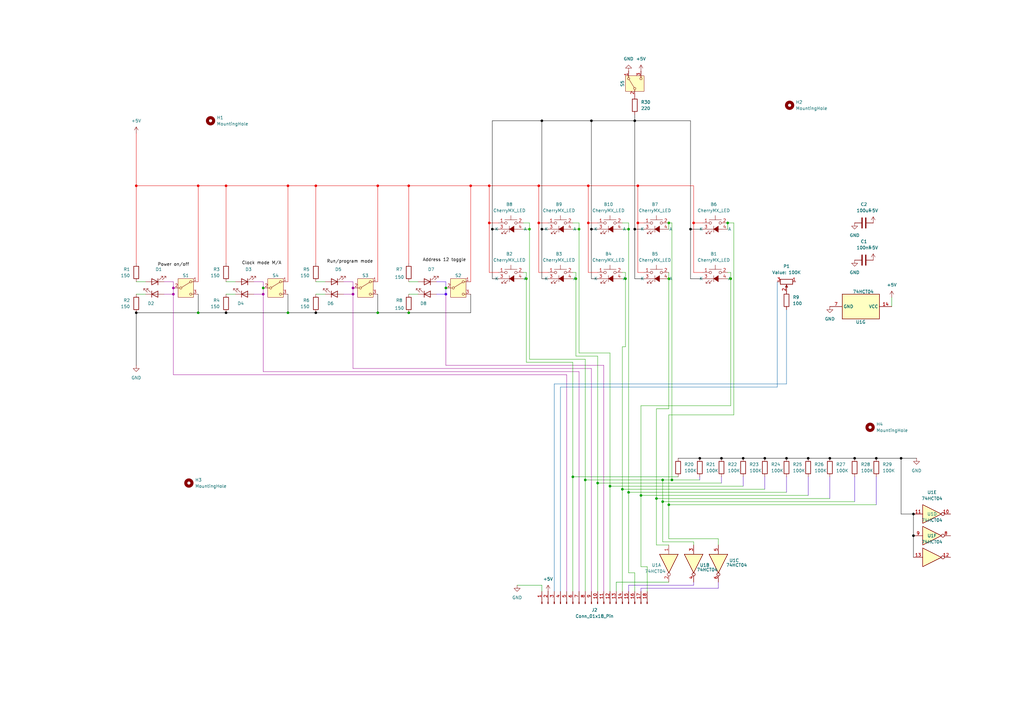
<source format=kicad_sch>
(kicad_sch (version 20250114) (generator "eeschema") (generator_version "9.0")
  (paper "A3")
  (lib_symbols
    (symbol "74xx:74LS04"
      (property "Reference" "U" (at 0 1.27 0))
      (property "Value" "74LS04" (at 0 -1.27 0))
      (symbol "74LS04_1_0"
        (pin input line (at -7.62 0 0) (length 3.81) (name "~") (number "1"))
        (pin output inverted (at 7.62 0 180) (length 3.81) (name "~") (number "2"))
      )
      (symbol "74LS04_2_0"
        (pin input line (at -7.62 0 0) (length 3.81) (name "~") (number "3"))
        (pin output inverted (at 7.62 0 180) (length 3.81) (name "~") (number "4"))
      )
      (symbol "74LS04_3_0"
        (pin input line (at -7.62 0 0) (length 3.81) (name "~") (number "5"))
        (pin output inverted (at 7.62 0 180) (length 3.81) (name "~") (number "6"))
      )
      (symbol "74LS04_4_0"
        (pin input line (at -7.62 0 0) (length 3.81) (name "~") (number "9"))
        (pin output inverted (at 7.62 0 180) (length 3.81) (name "~") (number "8"))
      )
      (symbol "74LS04_5_0"
        (pin input line (at -7.62 0 0) (length 3.81) (name "~") (number "11"))
        (pin output inverted (at 7.62 0 180) (length 3.81) (name "~") (number "10"))
      )
      (symbol "74LS04_6_0"
        (pin input line (at -7.62 0 0) (length 3.81) (name "~") (number "13"))
        (pin output inverted (at 7.62 0 180) (length 3.81) (name "~") (number "12"))
      )
      (symbol "74LS04_7_0"
        (pin power_in line (at 0 12.7 270) (length 5.08) (name "VCC") (number "14"))
        (pin power_in line (at 0 -12.7 90) (length 5.08) (name "GND") (number "7"))
      )
    )
    (symbol "CherryMX:CherryMX_LED" (pin_names (offset -3.9878))
      (property "Reference" "U" (at 2.54 4.445 0))
      (property "Value" "CherryMX_LED" (at 0 -4.445 0))
      (symbol "CherryMX_LED_1_1"
        (pin passive line (at -5.08 1.27 0) (length 2.54) (name "~") (number "1"))
        (pin passive line (at -5.08 -1.27 0) (length 2.54) (name "K") (number "3"))
        (pin passive line (at 5.08 1.27 180) (length 2.54) (name "~") (number "2"))
        (pin passive line (at 5.08 -1.27 180) (length 2.54) (name "A") (number "4"))
      )
    )
    (symbol "Connector:Conn_01x18_Pin" (pin_names (offset 1.016) (hide yes))
      (property "Reference" "J" (at 0 22.86 0))
      (property "Value" "Conn_01x18_Pin" (at 0 -25.4 0))
      (symbol "Conn_01x18_Pin_1_1"
        (pin passive line (at 5.08 20.32 180) (length 3.81) (name "Pin_1") (number "1"))
        (pin passive line (at 5.08 17.78 180) (length 3.81) (name "Pin_2") (number "2"))
        (pin passive line (at 5.08 15.24 180) (length 3.81) (name "Pin_3") (number "3"))
        (pin passive line (at 5.08 12.7 180) (length 3.81) (name "Pin_4") (number "4"))
        (pin passive line (at 5.08 10.16 180) (length 3.81) (name "Pin_5") (number "5"))
        (pin passive line (at 5.08 7.62 180) (length 3.81) (name "Pin_6") (number "6"))
        (pin passive line (at 5.08 5.08 180) (length 3.81) (name "Pin_7") (number "7"))
        (pin passive line (at 5.08 2.54 180) (length 3.81) (name "Pin_8") (number "8"))
        (pin passive line (at 5.08 0 180) (length 3.81) (name "Pin_9") (number "9"))
        (pin passive line (at 5.08 -2.54 180) (length 3.81) (name "Pin_10") (number "10"))
        (pin passive line (at 5.08 -5.08 180) (length 3.81) (name "Pin_11") (number "11"))
        (pin passive line (at 5.08 -7.62 180) (length 3.81) (name "Pin_12") (number "12"))
        (pin passive line (at 5.08 -10.16 180) (length 3.81) (name "Pin_13") (number "13"))
        (pin passive line (at 5.08 -12.7 180) (length 3.81) (name "Pin_14") (number "14"))
        (pin passive line (at 5.08 -15.24 180) (length 3.81) (name "Pin_15") (number "15"))
        (pin passive line (at 5.08 -17.78 180) (length 3.81) (name "Pin_16") (number "16"))
        (pin passive line (at 5.08 -20.32 180) (length 3.81) (name "Pin_17") (number "17"))
        (pin passive line (at 5.08 -22.86 180) (length 3.81) (name "Pin_18") (number "18"))
      )
    )
    (symbol "Device:C" (pin_numbers (hide yes)) (pin_names (offset 0.254))
      (property "Reference" "C" (at 0.635 2.54 0))
      (property "Value" "C" (at 0.635 -2.54 0))
      (symbol "C_1_1"
        (pin passive line (at 0 3.81 270) (length 2.794) (name "~") (number "1"))
        (pin passive line (at 0 -3.81 90) (length 2.794) (name "~") (number "2"))
      )
    )
    (symbol "Device:LED" (pin_numbers (hide yes)) (pin_names (offset 1.016) (hide yes))
      (property "Reference" "D" (at 0 2.54 0))
      (property "Value" "LED" (at 0 -2.54 0))
      (symbol "LED_1_1"
        (pin passive line (at -3.81 0 0) (length 2.54) (name "K") (number "1"))
        (pin passive line (at 3.81 0 180) (length 2.54) (name "A") (number "2"))
      )
    )
    (symbol "Device:R" (pin_numbers (hide yes)) (pin_names (offset 0))
      (property "Reference" "R" (at 2.032 0 90))
      (property "Value" "R" (at 0 0 90))
      (symbol "R_1_1"
        (pin passive line (at 0 3.81 270) (length 1.27) (name "~") (number "1"))
        (pin passive line (at 0 -3.81 90) (length 1.27) (name "~") (number "2"))
      )
    )
    (symbol "Device:R_Potentiometer" (pin_names (offset 1.016) (hide yes))
      (property "Reference" "RV" (at -4.445 0 90))
      (property "Value" "R_Potentiometer" (at -2.54 0 90))
      (symbol "R_Potentiometer_1_1"
        (pin passive line (at 0 3.81 270) (length 1.27) (name "1") (number "1"))
        (pin passive line (at 0 -3.81 90) (length 1.27) (name "3") (number "3"))
        (pin passive line (at 3.81 0 180) (length 1.27) (name "2") (number "2"))
      )
    )
    (symbol "Mechanical:MountingHole" (pin_names (offset 1.016)) (exclude_from_sim yes) (in_bom no)
      (property "Reference" "H" (at 0 5.08 0))
      (property "Value" "MountingHole" (at 0 3.175 0))
    )
    (symbol "Switch:SW_SPDT" (pin_names (offset 0) (hide yes))
      (property "Reference" "SW" (at 0 5.08 0))
      (property "Value" "SW_SPDT" (at 0 -5.08 0))
      (symbol "SW_SPDT_1_1"
        (pin passive line (at -5.08 0 0) (length 2.54) (name "B") (number "2"))
        (pin passive line (at 5.08 2.54 180) (length 2.54) (name "A") (number "1"))
        (pin passive line (at 5.08 -2.54 180) (length 2.54) (name "C") (number "3"))
      )
    )
    (symbol "power:+5V" (power) (pin_numbers (hide yes)) (pin_names (offset 0) (hide yes))
      (property "Value" "+5V" (at 0 3.556 0))
      (symbol "+5V_1_1"
        (pin power_in line (at 0 0 90) (length 0) (name "~") (number "1"))
      )
    )
    (symbol "power:GND" (power) (pin_numbers (hide yes)) (pin_names (offset 0) (hide yes))
      (property "Value" "GND" (at 0 -3.81 0))
      (symbol "GND_1_1"
        (pin power_in line (at 0 0 270) (length 0) (name "~") (number "1"))
      )
    )
  )
  (text "Run/program mode" (at 143.51 107.315 0) (effects (font (size 1.27 1.27))))
  (text "Power on/off" (at 71.12 108.585 0) (effects (font (size 1.27 1.27))))
  (text "Address 12 toggle" (at 182.245 106.68 0) (effects (font (size 1.27 1.27))))
  (text "Clock mode M/A" (at 107.315 107.95 0) (effects (font (size 1.27 1.27))))
  (junction (at 255.27 200.66))
  (junction (at 274.32 91.44) (color 24 161 0 1))
  (junction (at 260.35 49.53) (color 0 0 0 1))
  (junction (at 217.17 93.98) (color 24 161 0 1))
  (junction (at 261.62 91.44) (color 226 2 0 1))
  (junction (at 182.88 118.11))
  (junction (at 257.81 201.93))
  (junction (at 256.54 114.3))
  (junction (at 55.88 76.2) (color 226 2 0 1))
  (junction (at 201.93 93.98) (color 0 0 0 1))
  (junction (at 284.48 91.44) (color 226 2 0 1))
  (junction (at 118.11 128.27))
  (junction (at 250.19 199.39))
  (junction (at 200.66 76.2) (color 226 2 0 1))
  (junction (at 242.57 93.98) (color 0 0 0 1))
  (junction (at 237.49 93.98) (color 24 161 0 1))
  (junction (at 220.98 76.2) (color 226 2 0 1))
  (junction (at 71.12 120.65) (color 155 0 147 1))
  (junction (at 215.9 114.3) (color 24 161 0 1))
  (junction (at 283.21 93.98) (color 0 0 0 1))
  (junction (at 107.95 118.11))
  (junction (at 167.64 128.27))
  (junction (at 81.28 76.2) (color 226 2 0 1))
  (junction (at 261.62 76.2) (color 226 2 0 1))
  (junction (at 374.65 210.82) (color 0 0 0 1))
  (junction (at 298.45 91.44))
  (junction (at 340.36 187.96) (color 0 0 0 1))
  (junction (at 274.32 114.3) (color 24 161 0 1))
  (junction (at 262.89 203.2))
  (junction (at 220.98 91.44) (color 226 2 0 1))
  (junction (at 299.72 114.3) (color 24 161 0 1))
  (junction (at 222.25 49.53) (color 0 0 0 1))
  (junction (at 234.95 195.58))
  (junction (at 257.81 93.98))
  (junction (at 92.71 76.2) (color 226 2 0 1))
  (junction (at 129.54 76.2) (color 226 2 0 1))
  (junction (at 322.58 187.96) (color 0 0 0 1))
  (junction (at 118.11 76.2) (color 226 2 0 1))
  (junction (at 350.52 187.96) (color 0 0 0 1))
  (junction (at 167.64 76.2) (color 226 2 0 1))
  (junction (at 271.78 205.74))
  (junction (at 92.71 128.27) (color 0 0 0 1))
  (junction (at 374.65 219.71) (color 0 0 0 1))
  (junction (at 71.12 118.11) (color 155 0 147 1))
  (junction (at 144.78 120.65) (color 155 0 147 1))
  (junction (at 275.59 196.85))
  (junction (at 271.78 196.85))
  (junction (at 154.94 76.2) (color 226 2 0 1))
  (junction (at 313.69 187.96) (color 0 0 0 1))
  (junction (at 107.95 120.65) (color 155 0 147 1))
  (junction (at 154.94 128.27))
  (junction (at 331.47 187.96) (color 0 0 0 1))
  (junction (at 182.88 120.65) (color 75 0 222 1))
  (junction (at 274.32 207.01))
  (junction (at 245.11 198.12))
  (junction (at 236.22 114.3) (color 24 161 0 1))
  (junction (at 129.54 128.27) (color 0 0 0 1))
  (junction (at 241.3 76.2) (color 226 2 0 1))
  (junction (at 193.04 76.2) (color 226 2 0 1))
  (junction (at 200.66 91.44) (color 226 2 0 1))
  (junction (at 359.41 187.96) (color 0 0 0 1))
  (junction (at 287.02 187.96) (color 5 5 5 1))
  (junction (at 295.91 187.96) (color 0 0 0 1))
  (junction (at 240.03 196.85))
  (junction (at 55.88 128.27) (color 0 0 0 1))
  (junction (at 241.3 91.44) (color 226 2 0 1))
  (junction (at 269.24 204.47))
  (junction (at 304.8 187.96) (color 0 0 0 1))
  (junction (at 222.25 93.98) (color 0 0 0 1))
  (junction (at 369.57 187.96) (color 0 0 0 1))
  (junction (at 242.57 49.53) (color 0 0 0 1))
  (junction (at 260.35 93.98) (color 0 0 0 1))
  (junction (at 144.78 118.11) (color 155 0 147 1))
  (junction (at 81.28 128.27))
  (wire (pts (xy 255.27 114.3) (xy 256.54 114.3)) (stroke (width 0) (color 24 161 0 1)))
  (wire (pts (xy 359.41 187.96) (xy 369.57 187.96)) (stroke (width 0) (color 0 0 0 1)))
  (wire (pts (xy 284.48 238.76) (xy 284.48 240.03)) (stroke (width 0) (color 84 0 191 1)))
  (wire (pts (xy 274.32 114.3) (xy 274.32 167.64)) (stroke (width 0) (color 24 161 0 1)))
  (wire (pts (xy 182.88 120.65) (xy 182.88 149.86)) (stroke (width 0) (color 155 0 147 1)))
  (wire (pts (xy 250.19 199.39) (xy 250.19 242.57)) (stroke (width 0) (color 24 161 0 1)))
  (wire (pts (xy 140.97 115.57) (xy 144.78 115.57)) (stroke (width 0) (color 155 0 147 1)))
  (wire (pts (xy 298.45 91.44) (xy 298.45 93.98)))
  (wire (pts (xy 260.35 234.95) (xy 260.35 242.57)) (stroke (width 0) (color 24 161 0 1)))
  (wire (pts (xy 299.72 111.76) (xy 299.72 114.3)) (stroke (width 0) (color 24 161 0 1)))
  (wire (pts (xy 274.32 207.01) (xy 359.41 207.01)) (stroke (width 0) (color 24 161 0 1)))
  (wire (pts (xy 275.59 196.85) (xy 271.78 196.85)) (stroke (width 0) (color 24 161 0 1)))
  (wire (pts (xy 240.03 147.32) (xy 240.03 196.85)) (stroke (width 0) (color 24 161 0 1)))
  (wire (pts (xy 271.78 196.85) (xy 271.78 205.74)) (stroke (width 0) (color 24 161 0 1)))
  (wire (pts (xy 167.64 76.2) (xy 167.64 107.95)) (stroke (width 0) (color 226 2 0 1)))
  (wire (pts (xy 245.11 93.98) (xy 242.57 93.98)) (stroke (width 0) (color 0 0 0 1)))
  (wire (pts (xy 299.72 166.37) (xy 262.89 166.37)) (stroke (width 0) (color 24 161 0 1)))
  (wire (pts (xy 104.14 115.57) (xy 107.95 115.57)) (stroke (width 0) (color 155 0 147 1)))
  (wire (pts (xy 262.89 232.41) (xy 265.43 232.41)) (stroke (width 0) (color 24 161 0 1)))
  (wire (pts (xy 214.63 114.3) (xy 215.9 114.3)) (stroke (width 0) (color 24 161 0 1)))
  (wire (pts (xy 179.07 115.57) (xy 182.88 115.57)) (stroke (width 0) (color 75 0 222 1)))
  (wire (pts (xy 283.21 49.53) (xy 283.21 93.98)) (stroke (width 0) (color 0 0 0 1)))
  (wire (pts (xy 201.93 93.98) (xy 201.93 114.3)) (stroke (width 0) (color 0 0 0 1)))
  (wire (pts (xy 201.93 49.53) (xy 222.25 49.53)) (stroke (width 0) (color 0 0 0 1)))
  (wire (pts (xy 234.95 114.3) (xy 236.22 114.3)) (stroke (width 0) (color 24 161 0 1)))
  (wire (pts (xy 193.04 76.2) (xy 193.04 115.57)) (stroke (width 0) (color 226 2 0 1)))
  (wire (pts (xy 215.9 114.3) (xy 215.9 148.59)) (stroke (width 0) (color 24 161 0 1)))
  (wire (pts (xy 144.78 120.65) (xy 144.78 151.13)) (stroke (width 0) (color 155 0 147 1)))
  (wire (pts (xy 359.41 195.58) (xy 359.41 207.01)) (stroke (width 0) (color 65 0 204 1)))
  (wire (pts (xy 374.65 210.82) (xy 374.65 219.71)) (stroke (width 0) (color 0 0 0 1)))
  (wire (pts (xy 262.89 241.3) (xy 294.64 241.3)) (stroke (width 0) (color 84 0 191 1)))
  (wire (pts (xy 269.24 204.47) (xy 340.36 204.47)) (stroke (width 0) (color 24 161 0 1)))
  (wire (pts (xy 262.89 166.37) (xy 262.89 203.2)) (stroke (width 0) (color 24 161 0 1)))
  (wire (pts (xy 234.95 93.98) (xy 237.49 93.98)) (stroke (width 0) (color 24 161 0 1)))
  (wire (pts (xy 261.62 76.2) (xy 284.48 76.2)) (stroke (width 0) (color 226 2 0 1)))
  (wire (pts (xy 240.03 196.85) (xy 240.03 242.57)) (stroke (width 0) (color 24 161 0 1)))
  (wire (pts (xy 257.81 91.44) (xy 257.81 93.98)) (stroke (width 0) (color 24 161 0 1)))
  (wire (pts (xy 295.91 187.96) (xy 304.8 187.96)) (stroke (width 0) (color 0 0 0 1)))
  (wire (pts (xy 214.63 93.98) (xy 217.17 93.98)) (stroke (width 0) (color 24 161 0 1)))
  (wire (pts (xy 71.12 115.57) (xy 71.12 118.11)) (stroke (width 0) (color 155 0 147 1)))
  (wire (pts (xy 245.11 146.05) (xy 245.11 198.12)) (stroke (width 0) (color 24 161 0 1)))
  (wire (pts (xy 350.52 195.58) (xy 350.52 205.74)) (stroke (width 0) (color 65 0 204 1)))
  (wire (pts (xy 129.54 120.65) (xy 133.35 120.65)))
  (wire (pts (xy 271.78 205.74) (xy 350.52 205.74)) (stroke (width 0) (color 24 161 0 1)))
  (wire (pts (xy 236.22 111.76) (xy 234.95 111.76)) (stroke (width 0) (color 24 161 0 1)))
  (wire (pts (xy 294.64 220.98) (xy 294.64 223.52)) (stroke (width 0) (color 24 161 0 1)))
  (wire (pts (xy 71.12 153.67) (xy 232.41 153.67)) (stroke (width 0) (color 155 0 147 1)))
  (wire (pts (xy 322.58 187.96) (xy 331.47 187.96)) (stroke (width 0) (color 0 0 0 1)))
  (wire (pts (xy 229.87 158.75) (xy 318.77 158.75)) (stroke (width 0) (color 0 96 165 1)))
  (wire (pts (xy 220.98 111.76) (xy 224.79 111.76)) (stroke (width 0) (color 226 2 0 1)))
  (wire (pts (xy 275.59 91.44) (xy 275.59 196.85)) (stroke (width 0) (color 24 161 0 1)))
  (wire (pts (xy 154.94 76.2) (xy 167.64 76.2)) (stroke (width 0) (color 226 2 0 1)))
  (wire (pts (xy 154.94 76.2) (xy 154.94 115.57)) (stroke (width 0) (color 226 2 0 1)))
  (wire (pts (xy 255.27 142.24) (xy 256.54 142.24)) (stroke (width 0) (color 24 161 0 1)))
  (wire (pts (xy 81.28 120.65) (xy 81.28 128.27)) (stroke (width 0) (color 0 0 0 1)))
  (wire (pts (xy 200.66 111.76) (xy 204.47 111.76)) (stroke (width 0) (color 226 2 0 1)))
  (wire (pts (xy 71.12 120.65) (xy 71.12 153.67)) (stroke (width 0) (color 155 0 147 1)))
  (wire (pts (xy 242.57 114.3) (xy 245.11 114.3)) (stroke (width 0) (color 0 0 0 1)))
  (wire (pts (xy 241.3 76.2) (xy 241.3 91.44)) (stroke (width 0) (color 226 2 0 1)))
  (wire (pts (xy 261.62 76.2) (xy 261.62 91.44)) (stroke (width 0) (color 226 2 0 1)))
  (wire (pts (xy 374.65 210.82) (xy 369.57 210.82)) (stroke (width 0) (color 0 0 0 1)))
  (wire (pts (xy 222.25 240.03) (xy 222.25 242.57)))
  (wire (pts (xy 340.36 195.58) (xy 340.36 204.47)) (stroke (width 0) (color 76 0 192 1)))
  (wire (pts (xy 369.57 187.96) (xy 375.92 187.96)) (stroke (width 0) (color 0 0 0 1)))
  (wire (pts (xy 92.71 76.2) (xy 118.11 76.2)) (stroke (width 0) (color 226 2 0 1)))
  (wire (pts (xy 179.07 120.65) (xy 182.88 120.65)) (stroke (width 0) (color 75 0 222 1)))
  (wire (pts (xy 217.17 147.32) (xy 240.03 147.32)) (stroke (width 0) (color 24 161 0 1)))
  (wire (pts (xy 182.88 115.57) (xy 182.88 118.11)) (stroke (width 0) (color 75 0 222 1)))
  (wire (pts (xy 257.81 240.03) (xy 257.81 242.57)) (stroke (width 0) (color 84 0 191 1)))
  (wire (pts (xy 92.71 76.2) (xy 92.71 107.95)) (stroke (width 0) (color 226 2 0 1)))
  (wire (pts (xy 129.54 76.2) (xy 129.54 107.95)) (stroke (width 0) (color 226 2 0 1)))
  (wire (pts (xy 182.88 118.11) (xy 182.88 120.65)) (stroke (width 0) (color 75 0 222 1)))
  (wire (pts (xy 288.29 93.98) (xy 283.21 93.98)) (stroke (width 0) (color 0 0 0 1)))
  (wire (pts (xy 220.98 76.2) (xy 241.3 76.2)) (stroke (width 0) (color 226 2 0 1)))
  (wire (pts (xy 313.69 195.58) (xy 313.69 200.66)) (stroke (width 0) (color 76 0 192 1)))
  (wire (pts (xy 237.49 152.4) (xy 237.49 242.57)) (stroke (width 0) (color 155 0 147 1)))
  (wire (pts (xy 129.54 76.2) (xy 154.94 76.2)) (stroke (width 0) (color 226 2 0 1)))
  (wire (pts (xy 234.95 195.58) (xy 234.95 242.57)) (stroke (width 0) (color 24 161 0 1)))
  (wire (pts (xy 261.62 111.76) (xy 264.16 111.76)) (stroke (width 0) (color 226 2 0 1)))
  (wire (pts (xy 107.95 152.4) (xy 237.49 152.4)) (stroke (width 0) (color 155 0 147 1)))
  (wire (pts (xy 220.98 91.44) (xy 224.79 91.44)) (stroke (width 0) (color 226 2 0 1)))
  (wire (pts (xy 300.99 91.44) (xy 300.99 170.18)) (stroke (width 0) (color 24 161 0 1)))
  (wire (pts (xy 92.71 115.57) (xy 96.52 115.57)))
  (wire (pts (xy 237.49 93.98) (xy 237.49 144.78)) (stroke (width 0) (color 24 161 0 1)))
  (wire (pts (xy 217.17 93.98) (xy 217.17 147.32)) (stroke (width 0) (color 24 161 0 1)))
  (wire (pts (xy 71.12 118.11) (xy 71.12 120.65)) (stroke (width 0) (color 155 0 147 1)))
  (wire (pts (xy 340.36 187.96) (xy 350.52 187.96)) (stroke (width 0) (color 0 0 0 1)))
  (wire (pts (xy 284.48 111.76) (xy 288.29 111.76)) (stroke (width 0) (color 226 2 0 1)))
  (wire (pts (xy 269.24 204.47) (xy 269.24 223.52)) (stroke (width 0) (color 24 161 0 1)))
  (wire (pts (xy 256.54 111.76) (xy 256.54 114.3)) (stroke (width 0) (color 24 161 0 1)))
  (wire (pts (xy 252.73 238.76) (xy 252.73 242.57)))
  (wire (pts (xy 262.89 203.2) (xy 331.47 203.2)) (stroke (width 0) (color 24 161 0 1)))
  (wire (pts (xy 144.78 151.13) (xy 242.57 151.13)) (stroke (width 0) (color 155 0 147 1)))
  (wire (pts (xy 274.32 91.44) (xy 274.32 93.98)) (stroke (width 0) (color 24 161 0 1)))
  (wire (pts (xy 232.41 153.67) (xy 232.41 242.57)) (stroke (width 0) (color 155 0 147 1)))
  (wire (pts (xy 224.79 93.98) (xy 222.25 93.98)) (stroke (width 0) (color 0 0 0 1)))
  (wire (pts (xy 118.11 76.2) (xy 129.54 76.2)) (stroke (width 0) (color 226 2 0 1)))
  (wire (pts (xy 304.8 195.58) (xy 304.8 199.39)) (stroke (width 0) (color 76 0 192 1)))
  (wire (pts (xy 284.48 76.2) (xy 284.48 91.44)) (stroke (width 0) (color 226 2 0 1)))
  (wire (pts (xy 245.11 198.12) (xy 295.91 198.12)) (stroke (width 0) (color 24 161 0 1)))
  (wire (pts (xy 81.28 76.2) (xy 92.71 76.2)) (stroke (width 0) (color 226 2 0 1)))
  (wire (pts (xy 200.66 76.2) (xy 200.66 91.44)) (stroke (width 0) (color 226 2 0 1)))
  (wire (pts (xy 200.66 91.44) (xy 200.66 111.76)) (stroke (width 0) (color 226 2 0 1)))
  (wire (pts (xy 256.54 111.76) (xy 255.27 111.76)) (stroke (width 0) (color 24 161 0 1)))
  (wire (pts (xy 284.48 91.44) (xy 284.48 111.76)) (stroke (width 0) (color 226 2 0 1)))
  (wire (pts (xy 255.27 93.98) (xy 257.81 93.98)) (stroke (width 0) (color 24 161 0 1)))
  (wire (pts (xy 215.9 148.59) (xy 234.95 148.59)) (stroke (width 0) (color 24 161 0 1)))
  (wire (pts (xy 275.59 196.85) (xy 287.02 196.85)) (stroke (width 0) (color 24 161 0 1)))
  (wire (pts (xy 236.22 111.76) (xy 236.22 114.3)) (stroke (width 0) (color 24 161 0 1)))
  (wire (pts (xy 236.22 146.05) (xy 245.11 146.05)) (stroke (width 0) (color 24 161 0 1)))
  (wire (pts (xy 257.81 201.93) (xy 257.81 234.95)) (stroke (width 0) (color 24 161 0 1)))
  (wire (pts (xy 242.57 151.13) (xy 242.57 242.57)) (stroke (width 0) (color 155 0 147 1)))
  (wire (pts (xy 255.27 91.44) (xy 257.81 91.44)) (stroke (width 0) (color 24 161 0 1)))
  (wire (pts (xy 92.71 120.65) (xy 96.52 120.65)))
  (wire (pts (xy 241.3 76.2) (xy 261.62 76.2)) (stroke (width 0) (color 226 2 0 1)))
  (wire (pts (xy 269.24 223.52) (xy 274.32 223.52)) (stroke (width 0) (color 24 161 0 1)))
  (wire (pts (xy 261.62 91.44) (xy 261.62 111.76)) (stroke (width 0) (color 226 2 0 1)))
  (wire (pts (xy 55.88 120.65) (xy 59.69 120.65)))
  (wire (pts (xy 55.88 128.27) (xy 81.28 128.27)) (stroke (width 0) (color 0 0 0 1)))
  (wire (pts (xy 237.49 91.44) (xy 237.49 93.98)) (stroke (width 0) (color 24 161 0 1)))
  (wire (pts (xy 154.94 120.65) (xy 154.94 128.27)) (stroke (width 0) (color 0 0 0 1)))
  (wire (pts (xy 262.89 241.3) (xy 262.89 242.57)) (stroke (width 0) (color 84 0 191 1)))
  (wire (pts (xy 257.81 234.95) (xy 260.35 234.95)) (stroke (width 0) (color 24 161 0 1)))
  (wire (pts (xy 247.65 242.57) (xy 247.65 149.86)) (stroke (width 0) (color 155 0 147 1)))
  (wire (pts (xy 365.76 121.92) (xy 365.76 125.73)))
  (wire (pts (xy 234.95 91.44) (xy 237.49 91.44)) (stroke (width 0) (color 24 161 0 1)))
  (wire (pts (xy 229.87 158.75) (xy 229.87 242.57)) (stroke (width 0) (color 0 96 165 1)))
  (wire (pts (xy 67.31 120.65) (xy 71.12 120.65)) (stroke (width 0) (color 155 0 147 1)))
  (wire (pts (xy 215.9 111.76) (xy 215.9 114.3)) (stroke (width 0) (color 24 161 0 1)))
  (wire (pts (xy 242.57 49.53) (xy 242.57 93.98)) (stroke (width 0) (color 0 0 0 1)))
  (wire (pts (xy 245.11 198.12) (xy 245.11 242.57)) (stroke (width 0) (color 24 161 0 1)))
  (wire (pts (xy 144.78 115.57) (xy 144.78 118.11)) (stroke (width 0) (color 155 0 147 1)))
  (wire (pts (xy 193.04 128.27) (xy 193.04 120.65)) (stroke (width 0) (color 0 0 0 1)))
  (wire (pts (xy 322.58 195.58) (xy 322.58 201.93)) (stroke (width 0) (color 76 0 192 1)))
  (wire (pts (xy 241.3 91.44) (xy 241.3 111.76)) (stroke (width 0) (color 226 2 0 1)))
  (wire (pts (xy 240.03 196.85) (xy 271.78 196.85)) (stroke (width 0) (color 24 161 0 1)))
  (wire (pts (xy 107.95 118.11) (xy 107.95 120.65)) (stroke (width 0) (color 155 0 147 1)))
  (wire (pts (xy 234.95 148.59) (xy 234.95 195.58)) (stroke (width 0) (color 24 161 0 1)))
  (wire (pts (xy 241.3 111.76) (xy 245.11 111.76)) (stroke (width 0) (color 226 2 0 1)))
  (wire (pts (xy 200.66 76.2) (xy 220.98 76.2)) (stroke (width 0) (color 226 2 0 1)))
  (wire (pts (xy 212.09 240.03) (xy 222.25 240.03)))
  (wire (pts (xy 242.57 49.53) (xy 260.35 49.53)) (stroke (width 0) (color 0 0 0 1)))
  (wire (pts (xy 260.35 46.99) (xy 260.35 49.53)) (stroke (width 0) (color 0 0 0 1)))
  (wire (pts (xy 261.62 91.44) (xy 264.16 91.44)) (stroke (width 0) (color 226 2 0 1)))
  (wire (pts (xy 265.43 232.41) (xy 265.43 242.57)) (stroke (width 0) (color 24 161 0 1)))
  (wire (pts (xy 55.88 76.2) (xy 55.88 107.95)) (stroke (width 0) (color 226 2 0 1)))
  (wire (pts (xy 129.54 115.57) (xy 133.35 115.57)))
  (wire (pts (xy 204.47 93.98) (xy 201.93 93.98)) (stroke (width 0) (color 0 0 0 1)))
  (wire (pts (xy 304.8 187.96) (xy 313.69 187.96)) (stroke (width 0) (color 0 0 0 1)))
  (wire (pts (xy 227.33 157.48) (xy 322.58 157.48)) (stroke (width 0) (color 0 96 165 1)))
  (wire (pts (xy 278.13 187.96) (xy 287.02 187.96)) (stroke (width 0) (color 5 5 5 1)))
  (wire (pts (xy 67.31 115.57) (xy 71.12 115.57)) (stroke (width 0) (color 155 0 147 1)))
  (wire (pts (xy 274.32 207.01) (xy 274.32 220.98)) (stroke (width 0) (color 24 161 0 1)))
  (wire (pts (xy 257.81 240.03) (xy 284.48 240.03)) (stroke (width 0) (color 84 0 191 1)))
  (wire (pts (xy 167.64 120.65) (xy 171.45 120.65)))
  (wire (pts (xy 274.32 170.18) (xy 274.32 207.01)) (stroke (width 0) (color 24 161 0 1)))
  (wire (pts (xy 283.21 93.98) (xy 283.21 114.3)) (stroke (width 0) (color 0 0 0 1)))
  (wire (pts (xy 260.35 93.98) (xy 260.35 114.3)) (stroke (width 0) (color 0 0 0 1)))
  (wire (pts (xy 241.3 91.44) (xy 245.11 91.44)) (stroke (width 0) (color 226 2 0 1)))
  (wire (pts (xy 255.27 200.66) (xy 255.27 142.24)) (stroke (width 0) (color 24 161 0 1)))
  (wire (pts (xy 214.63 111.76) (xy 215.9 111.76)) (stroke (width 0) (color 24 161 0 1)))
  (wire (pts (xy 299.72 111.76) (xy 298.45 111.76)) (stroke (width 0) (color 24 161 0 1)))
  (wire (pts (xy 104.14 120.65) (xy 107.95 120.65)) (stroke (width 0) (color 155 0 147 1)))
  (wire (pts (xy 222.25 114.3) (xy 224.79 114.3)) (stroke (width 0) (color 0 0 0 1)))
  (wire (pts (xy 193.04 76.2) (xy 200.66 76.2)) (stroke (width 0) (color 226 2 0 1)))
  (wire (pts (xy 255.27 200.66) (xy 313.69 200.66)) (stroke (width 0) (color 24 161 0 1)))
  (wire (pts (xy 331.47 195.58) (xy 331.47 203.2)) (stroke (width 0) (color 76 0 192 1)))
  (wire (pts (xy 107.95 115.57) (xy 107.95 118.11)) (stroke (width 0) (color 155 0 147 1)))
  (wire (pts (xy 92.71 128.27) (xy 118.11 128.27)) (stroke (width 0) (color 0 0 0 1)))
  (wire (pts (xy 260.35 49.53) (xy 283.21 49.53)) (stroke (width 0) (color 0 0 0 1)))
  (wire (pts (xy 182.88 149.86) (xy 247.65 149.86)) (stroke (width 0) (color 155 0 147 1)))
  (wire (pts (xy 274.32 170.18) (xy 300.99 170.18)) (stroke (width 0) (color 24 161 0 1)))
  (wire (pts (xy 271.78 222.25) (xy 284.48 222.25)) (stroke (width 0) (color 24 161 0 1)))
  (wire (pts (xy 318.77 158.75) (xy 318.77 115.57)) (stroke (width 0) (color 0 96 165 1)))
  (wire (pts (xy 299.72 114.3) (xy 299.72 166.37)) (stroke (width 0) (color 24 161 0 1)))
  (wire (pts (xy 298.45 114.3) (xy 299.72 114.3)) (stroke (width 0) (color 24 161 0 1)))
  (wire (pts (xy 250.19 144.78) (xy 250.19 199.39)) (stroke (width 0) (color 24 161 0 1)))
  (wire (pts (xy 262.89 203.2) (xy 262.89 232.41)) (stroke (width 0) (color 24 161 0 1)))
  (wire (pts (xy 227.33 157.48) (xy 227.33 242.57)) (stroke (width 0) (color 0 96 165 1)))
  (wire (pts (xy 154.94 128.27) (xy 167.64 128.27)) (stroke (width 0) (color 0 0 0 1)))
  (wire (pts (xy 298.45 91.44) (xy 300.99 91.44)) (stroke (width 0) (color 24 161 0 1)))
  (wire (pts (xy 250.19 199.39) (xy 304.8 199.39)) (stroke (width 0) (color 24 161 0 1)))
  (wire (pts (xy 81.28 128.27) (xy 92.71 128.27)) (stroke (width 0) (color 0 0 0 1)))
  (wire (pts (xy 236.22 114.3) (xy 236.22 146.05)) (stroke (width 0) (color 24 161 0 1)))
  (wire (pts (xy 201.93 93.98) (xy 201.93 49.53)) (stroke (width 0) (color 0 0 0 1)))
  (wire (pts (xy 214.63 91.44) (xy 217.17 91.44)) (stroke (width 0) (color 24 161 0 1)))
  (wire (pts (xy 269.24 167.64) (xy 269.24 204.47)) (stroke (width 0) (color 24 161 0 1)))
  (wire (pts (xy 81.28 76.2) (xy 81.28 115.57)) (stroke (width 0) (color 226 2 0 1)))
  (wire (pts (xy 167.64 76.2) (xy 193.04 76.2)) (stroke (width 0) (color 226 2 0 1)))
  (wire (pts (xy 242.57 93.98) (xy 242.57 114.3)) (stroke (width 0) (color 0 0 0 1)))
  (wire (pts (xy 274.32 220.98) (xy 294.64 220.98)) (stroke (width 0) (color 24 161 0 1)))
  (wire (pts (xy 275.59 91.44) (xy 274.32 91.44)) (stroke (width 0) (color 24 161 0 1)))
  (wire (pts (xy 257.81 201.93) (xy 322.58 201.93)) (stroke (width 0) (color 24 161 0 1)))
  (wire (pts (xy 252.73 238.76) (xy 274.32 238.76)))
  (wire (pts (xy 167.64 128.27) (xy 193.04 128.27)) (stroke (width 0) (color 0 0 0 1)))
  (wire (pts (xy 234.95 195.58) (xy 278.13 195.58)))
  (wire (pts (xy 264.16 93.98) (xy 260.35 93.98)) (stroke (width 0) (color 0 0 0 1)))
  (wire (pts (xy 118.11 128.27) (xy 129.54 128.27)) (stroke (width 0) (color 0 0 0 1)))
  (wire (pts (xy 374.65 219.71) (xy 374.65 228.6)) (stroke (width 0) (color 0 0 0 1)))
  (wire (pts (xy 201.93 114.3) (xy 204.47 114.3)) (stroke (width 0) (color 0 0 0 1)))
  (wire (pts (xy 222.25 93.98) (xy 222.25 114.3)) (stroke (width 0) (color 0 0 0 1)))
  (wire (pts (xy 295.91 195.58) (xy 295.91 198.12)) (stroke (width 0) (color 76 0 192 1)))
  (wire (pts (xy 331.47 187.96) (xy 340.36 187.96)) (stroke (width 0) (color 0 0 0 1)))
  (wire (pts (xy 369.57 210.82) (xy 369.57 187.96)) (stroke (width 0) (color 0 0 0 1)))
  (wire (pts (xy 287.02 195.58) (xy 287.02 196.85)) (stroke (width 0) (color 76 0 192 1)))
  (wire (pts (xy 260.35 114.3) (xy 264.16 114.3)) (stroke (width 0) (color 0 0 0 1)))
  (wire (pts (xy 167.64 115.57) (xy 171.45 115.57)))
  (wire (pts (xy 107.95 120.65) (xy 107.95 152.4)) (stroke (width 0) (color 155 0 147 1)))
  (wire (pts (xy 220.98 91.44) (xy 220.98 111.76)) (stroke (width 0) (color 226 2 0 1)))
  (wire (pts (xy 144.78 118.11) (xy 144.78 120.65)) (stroke (width 0) (color 155 0 147 1)))
  (wire (pts (xy 200.66 91.44) (xy 204.47 91.44)) (stroke (width 0) (color 226 2 0 1)))
  (wire (pts (xy 256.54 142.24) (xy 256.54 114.3)) (stroke (width 0) (color 24 161 0 1)))
  (wire (pts (xy 129.54 128.27) (xy 154.94 128.27)) (stroke (width 0) (color 0 0 0 1)))
  (wire (pts (xy 313.69 187.96) (xy 322.58 187.96)) (stroke (width 0) (color 0 0 0 1)))
  (wire (pts (xy 284.48 222.25) (xy 284.48 223.52)) (stroke (width 0) (color 24 161 0 1)))
  (wire (pts (xy 260.35 49.53) (xy 260.35 93.98)) (stroke (width 0) (color 0 0 0 1)))
  (wire (pts (xy 283.21 114.3) (xy 288.29 114.3)) (stroke (width 0) (color 0 0 0 1)))
  (wire (pts (xy 284.48 91.44) (xy 288.29 91.44)) (stroke (width 0) (color 226 2 0 1)))
  (wire (pts (xy 140.97 120.65) (xy 144.78 120.65)) (stroke (width 0) (color 155 0 147 1)))
  (wire (pts (xy 287.02 187.96) (xy 295.91 187.96)) (stroke (width 0) (color 0 0 0 1)))
  (wire (pts (xy 118.11 76.2) (xy 118.11 115.57)) (stroke (width 0) (color 226 2 0 1)))
  (wire (pts (xy 55.88 128.27) (xy 55.88 149.86)) (stroke (width 0) (color 0 0 0 1)))
  (wire (pts (xy 55.88 54.61) (xy 55.88 76.2)) (stroke (width 0) (color 226 2 0 1)))
  (wire (pts (xy 237.49 144.78) (xy 250.19 144.78)) (stroke (width 0) (color 24 161 0 1)))
  (wire (pts (xy 350.52 187.96) (xy 359.41 187.96)) (stroke (width 0) (color 0 0 0 1)))
  (wire (pts (xy 271.78 205.74) (xy 271.78 222.25)) (stroke (width 0) (color 24 161 0 1)))
  (wire (pts (xy 257.81 93.98) (xy 257.81 201.93)) (stroke (width 0) (color 24 161 0 1)))
  (wire (pts (xy 294.64 238.76) (xy 294.64 241.3)) (stroke (width 0) (color 84 0 191 1)))
  (wire (pts (xy 55.88 115.57) (xy 59.69 115.57)))
  (wire (pts (xy 217.17 91.44) (xy 217.17 93.98)) (stroke (width 0) (color 24 161 0 1)))
  (wire (pts (xy 322.58 157.48) (xy 322.58 127)) (stroke (width 0) (color 0 96 165 1)))
  (wire (pts (xy 274.32 167.64) (xy 269.24 167.64)) (stroke (width 0) (color 24 161 0 1)))
  (wire (pts (xy 220.98 76.2) (xy 220.98 91.44)) (stroke (width 0) (color 226 2 0 1)))
  (wire (pts (xy 255.27 200.66) (xy 255.27 242.57)) (stroke (width 0) (color 24 161 0 1)))
  (wire (pts (xy 55.88 76.2) (xy 81.28 76.2)) (stroke (width 0) (color 226 2 0 1)))
  (wire (pts (xy 274.32 111.76) (xy 274.32 114.3)) (stroke (width 0) (color 24 161 0 1)))
  (wire (pts (xy 222.25 49.53) (xy 222.25 93.98)) (stroke (width 0) (color 0 0 0 1)))
  (wire (pts (xy 118.11 120.65) (xy 118.11 128.27)) (stroke (width 0) (color 0 0 0 1)))
  (wire (pts (xy 222.25 49.53) (xy 242.57 49.53)) (stroke (width 0) (color 0 0 0 1)))
  (symbol (lib_id "power:GND") (at 350.52 91.44 0) (unit 1)
    (property "Reference" "#PWR012" (effects (hide yes)))
    (property "Value" "GND" (at 350.52 96.52 0))
    (property "Description" "Power symbol creates a global label with name \"GND\" , ground" (effects (hide yes)))
  )
  (symbol (lib_id "Device:R") (at 260.35 43.18 0) (unit 1)
    (property "Reference" "R30" (at 262.89 41.9099 0) (effects (justify left)))
    (property "Value" "220" (at 262.89 44.4499 0) (effects (justify left)))
    (property "Footprint" "Resistor_THT:R_Axial_DIN0207_L6.3mm_D2.5mm_P10.16mm_Horizontal" (effects (hide yes)))
    (property "Description" "Resistor" (effects (hide yes)))
  )
  (symbol (lib_id "power:+5V") (at 55.88 54.61 0) (unit 1)
    (property "Reference" "#PWR01" (effects (hide yes)))
    (property "Value" "+5V" (at 55.88 49.53 0))
    (property "Description" "Power symbol creates a global label with name \"+5V\"" (effects (hide yes)))
  )
  (symbol (lib_id "Device:R") (at 167.64 111.76 0) (unit 1)
    (property "Reference" "R7" (at 165.1 110.4899 0) (effects (justify right)))
    (property "Value" "150" (at 165.735 113.665 0) (effects (justify right)))
    (property "Footprint" "Resistor_THT:R_Axial_DIN0207_L6.3mm_D2.5mm_P10.16mm_Horizontal" (effects (hide yes)))
    (property "Description" "Resistor" (effects (hide yes)))
  )
  (symbol (lib_id "power:+5V") (at 365.76 121.92 0) (unit 1)
    (property "Reference" "#PWR05" (effects (hide yes)))
    (property "Value" "+5V" (at 365.76 116.84 0))
    (property "Description" "Power symbol creates a global label with name \"+5V\"" (effects (hide yes)))
  )
  (symbol (lib_id "74xx:74LS04") (at 382.27 228.6 0) (unit 6)
    (property "Reference" "U1" (at 382.27 219.71 0))
    (property "Value" "74HCT04" (at 382.27 222.25 0))
    (property "Footprint" "Package_DIP:DIP-14_W7.62mm" (effects (hide yes)))
    (property "Datasheet" "http://www.ti.com/lit/gpn/sn74LS04" (effects (hide yes)))
    (property "Description" "Hex Inverter" (effects (hide yes)))
  )
  (symbol (lib_id "Device:LED") (at 63.5 115.57 180) (unit 1)
    (property "Reference" "D1" (at 65.0875 110.49 0))
    (property "Value" "LED" (effects (hide yes)))
    (property "Footprint" "LED_THT:LED_D3.0mm" (effects (hide yes)))
    (property "Description" "Light emitting diode" (effects (hide yes)))
    (property "Sim.Pins" "1=K 2=A" (effects (hide yes)))
  )
  (symbol (lib_id "Device:R") (at 295.91 191.77 0) (unit 1)
    (property "Reference" "R22" (at 298.45 190.4999 0) (effects (justify left)))
    (property "Value" "100K" (at 298.45 193.0399 0) (effects (justify left)))
    (property "Footprint" "Resistor_THT:R_Axial_DIN0207_L6.3mm_D2.5mm_P10.16mm_Horizontal" (effects (hide yes)))
    (property "Description" "Resistor" (effects (hide yes)))
  )
  (symbol (lib_id "Mechanical:MountingHole") (at 77.47 198.12 0) (unit 1) (exclude_from_sim yes) (in_bom no)
    (property "Reference" "H3" (at 80.01 196.8499 0) (effects (justify left)))
    (property "Value" "MountingHole" (at 80.01 199.3899 0) (effects (justify left)))
    (property "Footprint" "MountingHole:MountingHole_3.2mm_M3_DIN965_Pad" (effects (hide yes)))
    (property "Description" "Mounting Hole without connection" (effects (hide yes)))
  )
  (symbol (lib_id "Device:R") (at 304.8 191.77 0) (unit 1)
    (property "Reference" "R23" (at 307.34 190.4999 0) (effects (justify left)))
    (property "Value" "100K" (at 307.34 193.0399 0) (effects (justify left)))
    (property "Footprint" "Resistor_THT:R_Axial_DIN0207_L6.3mm_D2.5mm_P10.16mm_Horizontal" (effects (hide yes)))
    (property "Description" "Resistor" (effects (hide yes)))
  )
  (symbol (lib_id "Mechanical:MountingHole") (at 86.36 49.53 0) (unit 1) (exclude_from_sim yes) (in_bom no)
    (property "Reference" "H1" (at 88.9 48.2599 0) (effects (justify left)))
    (property "Value" "MountingHole" (at 88.9 50.7999 0) (effects (justify left)))
    (property "Footprint" "MountingHole:MountingHole_3.2mm_M3_DIN965_Pad" (effects (hide yes)))
    (property "Description" "Mounting Hole without connection" (effects (hide yes)))
  )
  (symbol (lib_id "Device:R") (at 322.58 191.77 0) (unit 1)
    (property "Reference" "R25" (at 325.12 190.4999 0) (effects (justify left)))
    (property "Value" "100K" (at 325.12 193.0399 0) (effects (justify left)))
    (property "Footprint" "Resistor_THT:R_Axial_DIN0207_L6.3mm_D2.5mm_P10.16mm_Horizontal" (effects (hide yes)))
    (property "Description" "Resistor" (effects (hide yes)))
  )
  (symbol (lib_id "CherryMX:CherryMX_LED") (at 293.37 113.03 0) (unit 1)
    (property "Reference" "B1" (at 292.735 104.14 0))
    (property "Value" "CherryMX_LED" (at 292.735 106.68 0))
    (property "Footprint" "CherryMX_LED:CherryMX_1.00u_LED" (effects (hide yes)))
  )
  (symbol (lib_id "Device:R") (at 278.13 191.77 180) (unit 1)
    (property "Reference" "R20" (at 280.67 190.4999 0) (effects (justify right)))
    (property "Value" "100K" (at 280.67 193.0399 0) (effects (justify right)))
    (property "Footprint" "Resistor_THT:R_Axial_DIN0207_L6.3mm_D2.5mm_P10.16mm_Horizontal" (effects (hide yes)))
    (property "Description" "Resistor" (effects (hide yes)))
  )
  (symbol (lib_id "CherryMX:CherryMX_LED") (at 250.19 113.03 0) (unit 1)
    (property "Reference" "B4" (at 249.555 104.14 0))
    (property "Value" "CherryMX_LED" (at 249.555 106.68 0))
    (property "Footprint" "CherryMX_LED:CherryMX_1.00u_LED" (effects (hide yes)))
  )
  (symbol (lib_id "74xx:74LS04") (at 284.48 231.14 270) (unit 2)
    (property "Reference" "U1" (at 287.02 231.775 90) (effects (justify left)))
    (property "Value" "74HCT04" (at 285.75 233.68 90) (effects (justify left)))
    (property "Footprint" "Package_DIP:DIP-14_W7.62mm" (effects (hide yes)))
    (property "Datasheet" "http://www.ti.com/lit/gpn/sn74LS04" (effects (hide yes)))
    (property "Description" "Hex Inverter" (effects (hide yes)))
  )
  (symbol (lib_id "Device:C") (at 354.33 91.44 270) (unit 1)
    (property "Reference" "C2" (at 354.33 83.82 90))
    (property "Value" "100uF" (at 354.33 86.36 90))
    (property "Footprint" "Capacitor_THT:CP_Radial_D4.0mm_P2.00mm" (effects (hide yes)))
    (property "Description" "Unpolarized capacitor" (effects (hide yes)))
  )
  (symbol (lib_id "Device:R") (at 331.47 191.77 0) (unit 1)
    (property "Reference" "R26" (at 334.01 190.4999 0) (effects (justify left)))
    (property "Value" "100K" (at 334.01 193.0399 0) (effects (justify left)))
    (property "Footprint" "Resistor_THT:R_Axial_DIN0207_L6.3mm_D2.5mm_P10.16mm_Horizontal" (effects (hide yes)))
    (property "Description" "Resistor" (effects (hide yes)))
  )
  (symbol (lib_id "Device:R") (at 92.71 111.76 0) (unit 1)
    (property "Reference" "R3" (at 90.17 110.4899 0) (effects (justify right)))
    (property "Value" "150" (at 90.17 113.0299 0) (effects (justify right)))
    (property "Footprint" "Resistor_THT:R_Axial_DIN0207_L6.3mm_D2.5mm_P10.16mm_Horizontal" (effects (hide yes)))
    (property "Description" "Resistor" (effects (hide yes)))
  )
  (symbol (lib_id "74xx:74LS04") (at 274.32 231.14 270) (unit 1)
    (property "Reference" "U1" (at 271.145 231.775 90) (effects (justify right)))
    (property "Value" "74HCT04" (at 273.05 234.315 90) (effects (justify right)))
    (property "Footprint" "Package_DIP:DIP-14_W7.62mm" (effects (hide yes)))
    (property "Datasheet" "http://www.ti.com/lit/gpn/sn74LS04" (effects (hide yes)))
    (property "Description" "Hex Inverter" (effects (hide yes)))
  )
  (symbol (lib_id "power:+5V") (at 358.14 106.68 0) (unit 1)
    (property "Reference" "#PWR07" (effects (hide yes)))
    (property "Value" "+5V" (at 358.14 101.6 0))
    (property "Description" "Power symbol creates a global label with name \"+5V\"" (effects (hide yes)))
  )
  (symbol (lib_id "Switch:SW_SPDT") (at 113.03 118.11 0) (unit 1)
    (property "Reference" "S4" (at 113.03 113.03 0))
    (property "Value" "SW_SPDT" (effects (hide yes)))
    (property "Footprint" "8-bit computer:hole for bistable switch" (effects (hide yes)))
    (property "Description" "Switch, single pole double throw" (effects (hide yes)))
  )
  (symbol (lib_id "Device:R") (at 55.88 124.46 0) (unit 1)
    (property "Reference" "R2" (at 53.34 123.1899 0) (effects (justify right)))
    (property "Value" "150" (at 53.34 125.7299 0) (effects (justify right)))
    (property "Footprint" "Resistor_THT:R_Axial_DIN0207_L6.3mm_D2.5mm_P10.16mm_Horizontal" (effects (hide yes)))
    (property "Description" "Resistor" (effects (hide yes)))
  )
  (symbol (lib_id "Device:C") (at 354.33 106.68 270) (unit 1)
    (property "Reference" "C1" (at 354.33 99.06 90))
    (property "Value" "100nF" (at 354.33 101.6 90))
    (property "Footprint" "Capacitor_THT:C_Disc_D3.0mm_W1.6mm_P2.50mm" (effects (hide yes)))
    (property "Description" "Unpolarized capacitor" (effects (hide yes)))
  )
  (symbol (lib_id "Device:LED") (at 63.5 120.65 0) (mirror x) (unit 1)
    (property "Reference" "D2" (at 61.9125 124.46 0))
    (property "Value" "LED" (effects (hide yes)))
    (property "Footprint" "LED_THT:LED_D3.0mm" (effects (hide yes)))
    (property "Description" "Light emitting diode" (effects (hide yes)))
    (property "Sim.Pins" "1=K 2=A" (effects (hide yes)))
  )
  (symbol (lib_id "power:+5V") (at 358.14 91.44 0) (unit 1)
    (property "Reference" "#PWR013" (effects (hide yes)))
    (property "Value" "+5V" (at 358.14 86.36 0))
    (property "Description" "Power symbol creates a global label with name \"+5V\"" (effects (hide yes)))
  )
  (symbol (lib_id "power:GND") (at 257.81 29.21 180) (unit 1)
    (property "Reference" "#PWR03" (effects (hide yes)))
    (property "Value" "GND" (at 257.81 24.13 0))
    (property "Description" "Power symbol creates a global label with name \"GND\" , ground" (effects (hide yes)))
  )
  (symbol (lib_id "74xx:74LS04") (at 353.06 125.73 270) (unit 7)
    (property "Reference" "U1" (at 351.028 132.08 90) (effects (justify left)))
    (property "Value" "74HCT04" (at 349.758 119.634 90) (effects (justify left)))
    (property "Footprint" "Package_DIP:DIP-14_W7.62mm" (effects (hide yes)))
    (property "Datasheet" "http://www.ti.com/lit/gpn/sn74LS04" (effects (hide yes)))
    (property "Description" "Hex Inverter" (effects (hide yes)))
  )
  (symbol (lib_id "Device:LED") (at 100.33 120.65 0) (mirror x) (unit 1)
    (property "Reference" "D4" (at 98.7425 124.46 0))
    (property "Value" "LED" (effects (hide yes)))
    (property "Footprint" "LED_THT:LED_D3.0mm" (effects (hide yes)))
    (property "Description" "Light emitting diode" (effects (hide yes)))
    (property "Sim.Pins" "1=K 2=A" (effects (hide yes)))
  )
  (symbol (lib_id "CherryMX:CherryMX_LED") (at 250.19 92.71 0) (unit 1)
    (property "Reference" "B10" (at 249.555 83.82 0))
    (property "Value" "CherryMX_LED" (at 249.555 86.36 0))
    (property "Footprint" "CherryMX_LED:CherryMX_1.00u_LED" (effects (hide yes)))
  )
  (symbol (lib_id "Device:R") (at 129.54 111.76 0) (unit 1)
    (property "Reference" "R5" (at 127 110.4899 0) (effects (justify right)))
    (property "Value" "150" (at 127 113.0299 0) (effects (justify right)))
    (property "Footprint" "Resistor_THT:R_Axial_DIN0207_L6.3mm_D2.5mm_P10.16mm_Horizontal" (effects (hide yes)))
    (property "Description" "Resistor" (effects (hide yes)))
  )
  (symbol (lib_id "Device:R") (at 167.64 124.46 0) (unit 1)
    (property "Reference" "R8" (at 165.1 123.1899 0) (effects (justify right)))
    (property "Value" "150" (at 165.735 126.365 0) (effects (justify right)))
    (property "Footprint" "Resistor_THT:R_Axial_DIN0207_L6.3mm_D2.5mm_P10.16mm_Horizontal" (effects (hide yes)))
    (property "Description" "Resistor" (effects (hide yes)))
  )
  (symbol (lib_id "Device:LED") (at 175.26 120.65 0) (mirror x) (unit 1)
    (property "Reference" "D8" (at 173.6725 124.46 0))
    (property "Value" "LED" (effects (hide yes)))
    (property "Footprint" "LED_THT:LED_D3.0mm" (effects (hide yes)))
    (property "Description" "Light emitting diode" (effects (hide yes)))
    (property "Sim.Pins" "1=K 2=A" (effects (hide yes)))
  )
  (symbol (lib_id "Mechanical:MountingHole") (at 356.87 175.26 0) (unit 1) (exclude_from_sim yes) (in_bom no)
    (property "Reference" "H4" (at 359.41 173.9899 0) (effects (justify left)))
    (property "Value" "MountingHole" (at 359.41 176.5299 0) (effects (justify left)))
    (property "Footprint" "MountingHole:MountingHole_3.2mm_M3_DIN965_Pad" (effects (hide yes)))
    (property "Description" "Mounting Hole without connection" (effects (hide yes)))
  )
  (symbol (lib_id "Device:LED") (at 137.16 115.57 180) (unit 1)
    (property "Reference" "D5" (at 138.7475 110.49 0))
    (property "Value" "LED" (effects (hide yes)))
    (property "Footprint" "LED_THT:LED_D3.0mm" (effects (hide yes)))
    (property "Description" "Light emitting diode" (effects (hide yes)))
    (property "Sim.Pins" "1=K 2=A" (effects (hide yes)))
  )
  (symbol (lib_id "Device:R") (at 313.69 191.77 0) (unit 1)
    (property "Reference" "R24" (at 316.23 190.4999 0) (effects (justify left)))
    (property "Value" "100K" (at 316.23 193.0399 0) (effects (justify left)))
    (property "Footprint" "Resistor_THT:R_Axial_DIN0207_L6.3mm_D2.5mm_P10.16mm_Horizontal" (effects (hide yes)))
    (property "Description" "Resistor" (effects (hide yes)))
  )
  (symbol (lib_id "CherryMX:CherryMX_LED") (at 209.55 113.03 0) (unit 1)
    (property "Reference" "B2" (at 208.915 104.14 0))
    (property "Value" "CherryMX_LED" (at 208.915 106.68 0))
    (property "Footprint" "CherryMX_LED:CherryMX_1.00u_LED" (effects (hide yes)))
  )
  (symbol (lib_id "Switch:SW_SPDT") (at 187.96 118.11 0) (unit 1)
    (property "Reference" "S2" (at 187.96 113.03 0))
    (property "Value" "SW_SPDT" (effects (hide yes)))
    (property "Footprint" "8-bit computer:hole for bistable switch" (effects (hide yes)))
    (property "Description" "Switch, single pole double throw" (effects (hide yes)))
  )
  (symbol (lib_id "power:GND") (at 350.52 106.68 0) (unit 1)
    (property "Reference" "#PWR08" (effects (hide yes)))
    (property "Value" "GND" (at 350.52 111.76 0))
    (property "Description" "Power symbol creates a global label with name \"GND\" , ground" (effects (hide yes)))
  )
  (symbol (lib_id "power:+5V") (at 262.89 29.21 0) (unit 1)
    (property "Reference" "#PWR011" (effects (hide yes)))
    (property "Value" "+5V" (at 262.89 24.13 0))
    (property "Description" "Power symbol creates a global label with name \"+5V\"" (effects (hide yes)))
  )
  (symbol (lib_id "CherryMX:CherryMX_LED") (at 229.87 92.71 0) (unit 1)
    (property "Reference" "B9" (at 229.235 83.82 0))
    (property "Value" "CherryMX_LED" (at 229.235 86.36 0))
    (property "Footprint" "CherryMX_LED:CherryMX_1.00u_LED" (effects (hide yes)))
  )
  (symbol (lib_id "Device:R") (at 350.52 191.77 0) (unit 1)
    (property "Reference" "R28" (at 353.06 190.4999 0) (effects (justify left)))
    (property "Value" "100K" (at 353.06 193.0399 0) (effects (justify left)))
    (property "Footprint" "Resistor_THT:R_Axial_DIN0207_L6.3mm_D2.5mm_P10.16mm_Horizontal" (effects (hide yes)))
    (property "Description" "Resistor" (effects (hide yes)))
  )
  (symbol (lib_id "power:GND") (at 212.09 240.03 0) (unit 1)
    (property "Reference" "#PWR09" (effects (hide yes)))
    (property "Value" "GND" (at 212.09 245.11 0))
    (property "Description" "Power symbol creates a global label with name \"GND\" , ground" (effects (hide yes)))
  )
  (symbol (lib_id "Switch:SW_SPDT") (at 76.2 118.11 0) (unit 1)
    (property "Reference" "S1" (at 76.2 113.03 0))
    (property "Value" "SW_SPDT" (effects (hide yes)))
    (property "Footprint" "8-bit computer:hole for bistable switch" (effects (hide yes)))
    (property "Description" "Switch, single pole double throw" (effects (hide yes)))
  )
  (symbol (lib_id "Switch:SW_SPDT") (at 260.35 34.29 90) (unit 1)
    (property "Reference" "S5" (at 255.27 34.29 0))
    (property "Value" "SW_SPDT" (effects (hide yes)))
    (property "Footprint" "8-bit computer:hole for bistable switch" (effects (hide yes)))
    (property "Description" "Switch, single pole double throw" (effects (hide yes)))
  )
  (symbol (lib_id "Device:LED") (at 137.16 120.65 0) (mirror x) (unit 1)
    (property "Reference" "D6" (at 135.5725 124.46 0))
    (property "Value" "LED" (effects (hide yes)))
    (property "Footprint" "LED_THT:LED_D3.0mm" (effects (hide yes)))
    (property "Description" "Light emitting diode" (effects (hide yes)))
    (property "Sim.Pins" "1=K 2=A" (effects (hide yes)))
  )
  (symbol (lib_id "power:GND") (at 375.92 187.96 0) (unit 1)
    (property "Reference" "#PWR06" (effects (hide yes)))
    (property "Value" "GND" (at 375.92 193.04 0))
    (property "Description" "Power symbol creates a global label with name \"GND\" , ground" (effects (hide yes)))
  )
  (symbol (lib_id "Device:R") (at 359.41 191.77 0) (unit 1)
    (property "Reference" "R29" (at 361.95 190.4999 0) (effects (justify left)))
    (property "Value" "100K" (at 361.95 193.0399 0) (effects (justify left)))
    (property "Footprint" "Resistor_THT:R_Axial_DIN0207_L6.3mm_D2.5mm_P10.16mm_Horizontal" (effects (hide yes)))
    (property "Description" "Resistor" (effects (hide yes)))
  )
  (symbol (lib_id "Device:R") (at 322.58 123.19 0) (unit 1)
    (property "Reference" "R9" (at 325.12 121.9199 0) (effects (justify left)))
    (property "Value" "100" (at 325.12 124.4599 0) (effects (justify left)))
    (property "Footprint" "Resistor_THT:R_Axial_DIN0207_L6.3mm_D2.5mm_P10.16mm_Horizontal" (effects (hide yes)))
    (property "Description" "Resistor" (effects (hide yes)))
  )
  (symbol (lib_id "CherryMX:CherryMX_LED") (at 209.55 92.71 0) (unit 1)
    (property "Reference" "B8" (at 208.915 83.82 0))
    (property "Value" "CherryMX_LED" (at 208.915 86.36 0))
    (property "Footprint" "CherryMX_LED:CherryMX_1.00u_LED" (effects (hide yes)))
  )
  (symbol (lib_id "Device:R") (at 340.36 191.77 0) (unit 1)
    (property "Reference" "R27" (at 342.9 190.4999 0) (effects (justify left)))
    (property "Value" "100K" (at 342.9 193.0399 0) (effects (justify left)))
    (property "Footprint" "Resistor_THT:R_Axial_DIN0207_L6.3mm_D2.5mm_P10.16mm_Horizontal" (effects (hide yes)))
    (property "Description" "Resistor" (effects (hide yes)))
  )
  (symbol (lib_id "Device:R") (at 55.88 111.76 0) (unit 1)
    (property "Reference" "R1" (at 53.34 110.4899 0) (effects (justify right)))
    (property "Value" "150" (at 53.34 113.0299 0) (effects (justify right)))
    (property "Footprint" "Resistor_THT:R_Axial_DIN0207_L6.3mm_D2.5mm_P10.16mm_Horizontal" (effects (hide yes)))
    (property "Description" "Resistor" (effects (hide yes)))
  )
  (symbol (lib_id "Device:R_Potentiometer") (at 322.58 115.57 270) (unit 1)
    (property "Reference" "P1" (at 322.58 109.22 90))
    (property "Value" "100K" (at 322.58 111.76 90) (show_name yes))
    (property "Footprint" "8-bit computer:hole for potentiometer" (effects (hide yes)))
    (property "Description" "Potentiometer" (effects (hide yes)))
  )
  (symbol (lib_id "74xx:74LS04") (at 382.27 210.82 0) (unit 5)
    (property "Reference" "U1" (at 382.27 201.93 0))
    (property "Value" "74HCT04" (at 382.27 204.47 0))
    (property "Footprint" "Package_DIP:DIP-14_W7.62mm" (effects (hide yes)))
    (property "Datasheet" "http://www.ti.com/lit/gpn/sn74LS04" (effects (hide yes)))
    (property "Description" "Hex Inverter" (effects (hide yes)))
  )
  (symbol (lib_id "power:GND") (at 55.88 149.86 0) (unit 1)
    (property "Reference" "#PWR02" (effects (hide yes)))
    (property "Value" "GND" (at 55.88 154.94 0))
    (property "Description" "Power symbol creates a global label with name \"GND\" , ground" (effects (hide yes)))
  )
  (symbol (lib_id "CherryMX:CherryMX_LED") (at 229.87 113.03 0) (unit 1)
    (property "Reference" "B3" (at 229.235 104.14 0))
    (property "Value" "CherryMX_LED" (at 229.235 106.68 0))
    (property "Footprint" "CherryMX_LED:CherryMX_1.00u_LED" (effects (hide yes)))
  )
  (symbol (lib_id "power:GND") (at 340.36 125.73 0) (unit 1)
    (property "Reference" "#PWR04" (effects (hide yes)))
    (property "Value" "GND" (at 340.36 130.81 0))
    (property "Description" "Power symbol creates a global label with name \"GND\" , ground" (effects (hide yes)))
  )
  (symbol (lib_id "Device:R") (at 287.02 191.77 0) (unit 1)
    (property "Reference" "R21" (at 289.56 190.4999 0) (effects (justify left)))
    (property "Value" "100K" (at 289.56 193.0399 0) (effects (justify left)))
    (property "Footprint" "Resistor_THT:R_Axial_DIN0207_L6.3mm_D2.5mm_P10.16mm_Horizontal" (effects (hide yes)))
    (property "Description" "Resistor" (effects (hide yes)))
  )
  (symbol (lib_id "74xx:74LS04") (at 294.64 231.14 270) (unit 3)
    (property "Reference" "U1" (at 299.085 229.87 90) (effects (justify left)))
    (property "Value" "74HCT04" (at 297.815 231.775 90) (effects (justify left)))
    (property "Footprint" "Package_DIP:DIP-14_W7.62mm" (effects (hide yes)))
    (property "Datasheet" "http://www.ti.com/lit/gpn/sn74LS04" (effects (hide yes)))
    (property "Description" "Hex Inverter" (effects (hide yes)))
  )
  (symbol (lib_id "CherryMX:CherryMX_LED") (at 269.24 113.03 0) (unit 1)
    (property "Reference" "B5" (at 268.605 104.14 0))
    (property "Value" "CherryMX_LED" (at 268.605 106.68 0))
    (property "Footprint" "CherryMX_LED:CherryMX_1.00u_LED" (effects (hide yes)))
  )
  (symbol (lib_id "CherryMX:CherryMX_LED") (at 269.24 92.71 0) (unit 1)
    (property "Reference" "B7" (at 268.605 83.82 0))
    (property "Value" "CherryMX_LED" (at 268.605 86.36 0))
    (property "Footprint" "CherryMX_LED:CherryMX_1.00u_LED" (effects (hide yes)))
  )
  (symbol (lib_id "power:+5V") (at 224.79 242.57 0) (unit 1)
    (property "Reference" "#PWR010" (effects (hide yes)))
    (property "Value" "+5V" (at 224.79 237.49 0))
    (property "Description" "Power symbol creates a global label with name \"+5V\"" (effects (hide yes)))
  )
  (symbol (lib_id "Device:R") (at 129.54 124.46 0) (unit 1)
    (property "Reference" "R6" (at 127 123.1899 0) (effects (justify right)))
    (property "Value" "150" (at 127 125.7299 0) (effects (justify right)))
    (property "Footprint" "Resistor_THT:R_Axial_DIN0207_L6.3mm_D2.5mm_P10.16mm_Horizontal" (effects (hide yes)))
    (property "Description" "Resistor" (effects (hide yes)))
  )
  (symbol (lib_id "Connector:Conn_01x18_Pin") (at 242.57 247.65 90) (unit 1)
    (property "Reference" "J2" (at 243.84 250.19 90))
    (property "Value" "Conn_01x18_Pin" (at 243.84 252.73 90))
    (property "Footprint" "Connector_IDC:IDC-Header_2x09_P2.54mm_Vertical" (effects (hide yes)))
    (property "Description" "Generic connector, single row, 01x18, script generated" (effects (hide yes)))
  )
  (symbol (lib_id "Switch:SW_SPDT") (at 149.86 118.11 0) (unit 1)
    (property "Reference" "S3" (at 149.86 113.03 0))
    (property "Value" "SW_SPDT" (effects (hide yes)))
    (property "Footprint" "8-bit computer:hole for bistable switch" (effects (hide yes)))
    (property "Description" "Switch, single pole double throw" (effects (hide yes)))
  )
  (symbol (lib_id "CherryMX:CherryMX_LED") (at 293.37 92.71 0) (unit 1)
    (property "Reference" "B6" (at 292.735 83.82 0))
    (property "Value" "CherryMX_LED" (at 292.735 86.36 0))
    (property "Footprint" "CherryMX_LED:CherryMX_1.00u_LED" (effects (hide yes)))
  )
  (symbol (lib_id "Device:R") (at 92.71 124.46 0) (unit 1)
    (property "Reference" "R4" (at 90.17 123.1899 0) (effects (justify right)))
    (property "Value" "150" (at 90.17 125.7299 0) (effects (justify right)))
    (property "Footprint" "Resistor_THT:R_Axial_DIN0207_L6.3mm_D2.5mm_P10.16mm_Horizontal" (effects (hide yes)))
    (property "Description" "Resistor" (effects (hide yes)))
  )
  (symbol (lib_id "Device:LED") (at 100.33 115.57 180) (unit 1)
    (property "Reference" "D3" (at 101.9175 110.49 0))
    (property "Value" "LED" (effects (hide yes)))
    (property "Footprint" "LED_THT:LED_D3.0mm" (effects (hide yes)))
    (property "Description" "Light emitting diode" (effects (hide yes)))
    (property "Sim.Pins" "1=K 2=A" (effects (hide yes)))
  )
  (symbol (lib_id "Device:LED") (at 175.26 115.57 180) (unit 1)
    (property "Reference" "D7" (at 176.8475 110.49 0))
    (property "Value" "LED" (effects (hide yes)))
    (property "Footprint" "LED_THT:LED_D3.0mm" (effects (hide yes)))
    (property "Description" "Light emitting diode" (effects (hide yes)))
    (property "Sim.Pins" "1=K 2=A" (effects (hide yes)))
  )
  (symbol (lib_id "Mechanical:MountingHole") (at 323.85 43.18 0) (unit 1) (exclude_from_sim yes) (in_bom no)
    (property "Reference" "H2" (at 326.39 41.9099 0) (effects (justify left)))
    (property "Value" "MountingHole" (at 326.39 44.4499 0) (effects (justify left)))
    (property "Footprint" "MountingHole:MountingHole_3.2mm_M3_DIN965_Pad" (effects (hide yes)))
    (property "Description" "Mounting Hole without connection" (effects (hide yes)))
  )
  (symbol (lib_id "74xx:74LS04") (at 382.27 219.71 0) (unit 4)
    (property "Reference" "U1" (at 382.27 210.82 0))
    (property "Value" "74HCT04" (at 382.27 213.36 0))
    (property "Footprint" "Package_DIP:DIP-14_W7.62mm" (effects (hide yes)))
    (property "Datasheet" "http://www.ti.com/lit/gpn/sn74LS04" (effects (hide yes)))
    (property "Description" "Hex Inverter" (effects (hide yes)))
  )
)
</source>
